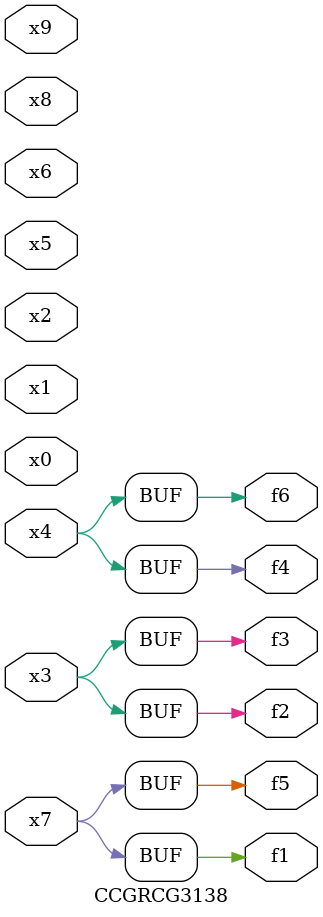
<source format=v>
module CCGRCG3138(
	input x0, x1, x2, x3, x4, x5, x6, x7, x8, x9,
	output f1, f2, f3, f4, f5, f6
);
	assign f1 = x7;
	assign f2 = x3;
	assign f3 = x3;
	assign f4 = x4;
	assign f5 = x7;
	assign f6 = x4;
endmodule

</source>
